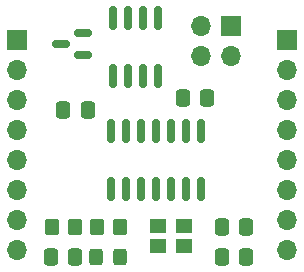
<source format=gts>
G04 #@! TF.GenerationSoftware,KiCad,Pcbnew,7.0.1*
G04 #@! TF.CreationDate,2023-10-25T20:54:25+02:00*
G04 #@! TF.ProjectId,canfd_breakout,63616e66-645f-4627-9265-616b6f75742e,rev?*
G04 #@! TF.SameCoordinates,Original*
G04 #@! TF.FileFunction,Soldermask,Top*
G04 #@! TF.FilePolarity,Negative*
%FSLAX46Y46*%
G04 Gerber Fmt 4.6, Leading zero omitted, Abs format (unit mm)*
G04 Created by KiCad (PCBNEW 7.0.1) date 2023-10-25 20:54:25*
%MOMM*%
%LPD*%
G01*
G04 APERTURE LIST*
G04 Aperture macros list*
%AMRoundRect*
0 Rectangle with rounded corners*
0 $1 Rounding radius*
0 $2 $3 $4 $5 $6 $7 $8 $9 X,Y pos of 4 corners*
0 Add a 4 corners polygon primitive as box body*
4,1,4,$2,$3,$4,$5,$6,$7,$8,$9,$2,$3,0*
0 Add four circle primitives for the rounded corners*
1,1,$1+$1,$2,$3*
1,1,$1+$1,$4,$5*
1,1,$1+$1,$6,$7*
1,1,$1+$1,$8,$9*
0 Add four rect primitives between the rounded corners*
20,1,$1+$1,$2,$3,$4,$5,0*
20,1,$1+$1,$4,$5,$6,$7,0*
20,1,$1+$1,$6,$7,$8,$9,0*
20,1,$1+$1,$8,$9,$2,$3,0*%
G04 Aperture macros list end*
%ADD10RoundRect,0.250000X-0.337500X-0.475000X0.337500X-0.475000X0.337500X0.475000X-0.337500X0.475000X0*%
%ADD11RoundRect,0.250000X0.325000X0.450000X-0.325000X0.450000X-0.325000X-0.450000X0.325000X-0.450000X0*%
%ADD12RoundRect,0.250000X0.350000X0.450000X-0.350000X0.450000X-0.350000X-0.450000X0.350000X-0.450000X0*%
%ADD13RoundRect,0.250000X-0.350000X-0.450000X0.350000X-0.450000X0.350000X0.450000X-0.350000X0.450000X0*%
%ADD14RoundRect,0.250000X0.337500X0.475000X-0.337500X0.475000X-0.337500X-0.475000X0.337500X-0.475000X0*%
%ADD15R,1.700000X1.700000*%
%ADD16O,1.700000X1.700000*%
%ADD17R,1.400000X1.200000*%
%ADD18RoundRect,0.150000X0.150000X-0.825000X0.150000X0.825000X-0.150000X0.825000X-0.150000X-0.825000X0*%
%ADD19RoundRect,0.150000X0.587500X0.150000X-0.587500X0.150000X-0.587500X-0.150000X0.587500X-0.150000X0*%
G04 APERTURE END LIST*
D10*
X102827000Y-118364000D03*
X104902000Y-118364000D03*
D11*
X108730000Y-118364000D03*
X106680000Y-118364000D03*
D12*
X108712000Y-115824000D03*
X106712000Y-115824000D03*
D13*
X102902000Y-115824000D03*
X104902000Y-115824000D03*
D10*
X117305000Y-115824000D03*
X119380000Y-115824000D03*
X117305000Y-118364000D03*
X119380000Y-118364000D03*
X114024500Y-104902000D03*
X116099500Y-104902000D03*
D14*
X105961000Y-105918000D03*
X103886000Y-105918000D03*
D15*
X122860000Y-100000000D03*
D16*
X122860000Y-102540000D03*
X122860000Y-105080000D03*
X122860000Y-107620000D03*
X122860000Y-110160000D03*
X122860000Y-112700000D03*
X122860000Y-115240000D03*
X122860000Y-117780000D03*
D15*
X100000000Y-100000000D03*
D16*
X100000000Y-102540000D03*
X100000000Y-105080000D03*
X100000000Y-107620000D03*
X100000000Y-110160000D03*
X100000000Y-112700000D03*
X100000000Y-115240000D03*
X100000000Y-117780000D03*
D17*
X111930000Y-117436000D03*
X114130000Y-117436000D03*
X114130000Y-115736000D03*
X111930000Y-115736000D03*
D16*
X115570000Y-101346000D03*
X115570000Y-98806000D03*
X118110000Y-101346000D03*
D15*
X118110000Y-98806000D03*
D18*
X108077000Y-103059000D03*
X109347000Y-103059000D03*
X110617000Y-103059000D03*
X111887000Y-103059000D03*
X111887000Y-98109000D03*
X110617000Y-98109000D03*
X109347000Y-98109000D03*
X108077000Y-98109000D03*
D19*
X103710500Y-100330000D03*
X105585500Y-99380000D03*
X105585500Y-101280000D03*
D18*
X107950000Y-107696000D03*
X109220000Y-107696000D03*
X110490000Y-107696000D03*
X111760000Y-107696000D03*
X113030000Y-107696000D03*
X114300000Y-107696000D03*
X115570000Y-107696000D03*
X115570000Y-112646000D03*
X114300000Y-112646000D03*
X113030000Y-112646000D03*
X111760000Y-112646000D03*
X110490000Y-112646000D03*
X109220000Y-112646000D03*
X107950000Y-112646000D03*
M02*

</source>
